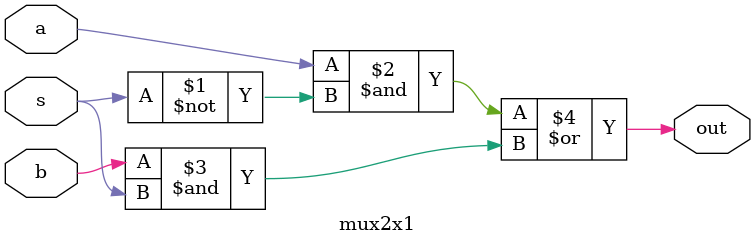
<source format=v>
`timescale 1ns / 1ps



module mux2x1(a,b,s,out);
    input a,b,s;
    output out;
    assign out = (a&~s)|(b&s);
endmodule

</source>
